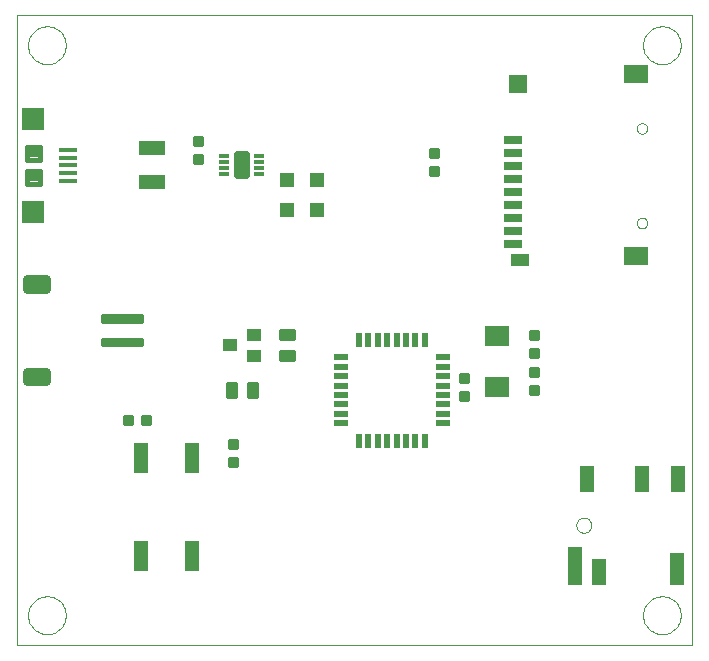
<source format=gtp>
G75*
%MOIN*%
%OFA0B0*%
%FSLAX24Y24*%
%IPPOS*%
%LPD*%
%AMOC8*
5,1,8,0,0,1.08239X$1,22.5*
%
%ADD10C,0.0000*%
%ADD11R,0.0500X0.0220*%
%ADD12R,0.0220X0.0500*%
%ADD13R,0.0600X0.0300*%
%ADD14R,0.0600X0.0400*%
%ADD15R,0.0800X0.0600*%
%ADD16R,0.0600X0.0600*%
%ADD17C,0.0157*%
%ADD18C,0.0315*%
%ADD19C,0.0275*%
%ADD20R,0.0336X0.0118*%
%ADD21C,0.0088*%
%ADD22R,0.0450X0.0400*%
%ADD23R,0.0598X0.0150*%
%ADD24C,0.0180*%
%ADD25R,0.0748X0.0748*%
%ADD26R,0.0500X0.1000*%
%ADD27R,0.0800X0.0700*%
%ADD28R,0.0500X0.1300*%
%ADD29R,0.0500X0.0900*%
%ADD30R,0.0500X0.1100*%
%ADD31R,0.0900X0.0450*%
%ADD32R,0.0500X0.0500*%
%ADD33C,0.0100*%
D10*
X004872Y000861D02*
X027372Y000861D01*
X027372Y021861D01*
X004872Y021861D01*
X004872Y000861D01*
X005242Y001861D02*
X005244Y001911D01*
X005250Y001961D01*
X005260Y002010D01*
X005274Y002058D01*
X005291Y002105D01*
X005312Y002150D01*
X005337Y002194D01*
X005365Y002235D01*
X005397Y002274D01*
X005431Y002311D01*
X005468Y002345D01*
X005508Y002375D01*
X005550Y002402D01*
X005594Y002426D01*
X005640Y002447D01*
X005687Y002463D01*
X005735Y002476D01*
X005785Y002485D01*
X005834Y002490D01*
X005885Y002491D01*
X005935Y002488D01*
X005984Y002481D01*
X006033Y002470D01*
X006081Y002455D01*
X006127Y002437D01*
X006172Y002415D01*
X006215Y002389D01*
X006256Y002360D01*
X006295Y002328D01*
X006331Y002293D01*
X006363Y002255D01*
X006393Y002215D01*
X006420Y002172D01*
X006443Y002128D01*
X006462Y002082D01*
X006478Y002034D01*
X006490Y001985D01*
X006498Y001936D01*
X006502Y001886D01*
X006502Y001836D01*
X006498Y001786D01*
X006490Y001737D01*
X006478Y001688D01*
X006462Y001640D01*
X006443Y001594D01*
X006420Y001550D01*
X006393Y001507D01*
X006363Y001467D01*
X006331Y001429D01*
X006295Y001394D01*
X006256Y001362D01*
X006215Y001333D01*
X006172Y001307D01*
X006127Y001285D01*
X006081Y001267D01*
X006033Y001252D01*
X005984Y001241D01*
X005935Y001234D01*
X005885Y001231D01*
X005834Y001232D01*
X005785Y001237D01*
X005735Y001246D01*
X005687Y001259D01*
X005640Y001275D01*
X005594Y001296D01*
X005550Y001320D01*
X005508Y001347D01*
X005468Y001377D01*
X005431Y001411D01*
X005397Y001448D01*
X005365Y001487D01*
X005337Y001528D01*
X005312Y001572D01*
X005291Y001617D01*
X005274Y001664D01*
X005260Y001712D01*
X005250Y001761D01*
X005244Y001811D01*
X005242Y001861D01*
X023522Y004861D02*
X023524Y004892D01*
X023530Y004923D01*
X023540Y004953D01*
X023553Y004981D01*
X023570Y005008D01*
X023590Y005032D01*
X023613Y005054D01*
X023638Y005072D01*
X023666Y005087D01*
X023695Y005099D01*
X023725Y005107D01*
X023756Y005111D01*
X023788Y005111D01*
X023819Y005107D01*
X023849Y005099D01*
X023878Y005087D01*
X023906Y005072D01*
X023931Y005054D01*
X023954Y005032D01*
X023974Y005008D01*
X023991Y004981D01*
X024004Y004953D01*
X024014Y004923D01*
X024020Y004892D01*
X024022Y004861D01*
X024020Y004830D01*
X024014Y004799D01*
X024004Y004769D01*
X023991Y004741D01*
X023974Y004714D01*
X023954Y004690D01*
X023931Y004668D01*
X023906Y004650D01*
X023878Y004635D01*
X023849Y004623D01*
X023819Y004615D01*
X023788Y004611D01*
X023756Y004611D01*
X023725Y004615D01*
X023695Y004623D01*
X023666Y004635D01*
X023638Y004650D01*
X023613Y004668D01*
X023590Y004690D01*
X023570Y004714D01*
X023553Y004741D01*
X023540Y004769D01*
X023530Y004799D01*
X023524Y004830D01*
X023522Y004861D01*
X025742Y001861D02*
X025744Y001911D01*
X025750Y001961D01*
X025760Y002010D01*
X025774Y002058D01*
X025791Y002105D01*
X025812Y002150D01*
X025837Y002194D01*
X025865Y002235D01*
X025897Y002274D01*
X025931Y002311D01*
X025968Y002345D01*
X026008Y002375D01*
X026050Y002402D01*
X026094Y002426D01*
X026140Y002447D01*
X026187Y002463D01*
X026235Y002476D01*
X026285Y002485D01*
X026334Y002490D01*
X026385Y002491D01*
X026435Y002488D01*
X026484Y002481D01*
X026533Y002470D01*
X026581Y002455D01*
X026627Y002437D01*
X026672Y002415D01*
X026715Y002389D01*
X026756Y002360D01*
X026795Y002328D01*
X026831Y002293D01*
X026863Y002255D01*
X026893Y002215D01*
X026920Y002172D01*
X026943Y002128D01*
X026962Y002082D01*
X026978Y002034D01*
X026990Y001985D01*
X026998Y001936D01*
X027002Y001886D01*
X027002Y001836D01*
X026998Y001786D01*
X026990Y001737D01*
X026978Y001688D01*
X026962Y001640D01*
X026943Y001594D01*
X026920Y001550D01*
X026893Y001507D01*
X026863Y001467D01*
X026831Y001429D01*
X026795Y001394D01*
X026756Y001362D01*
X026715Y001333D01*
X026672Y001307D01*
X026627Y001285D01*
X026581Y001267D01*
X026533Y001252D01*
X026484Y001241D01*
X026435Y001234D01*
X026385Y001231D01*
X026334Y001232D01*
X026285Y001237D01*
X026235Y001246D01*
X026187Y001259D01*
X026140Y001275D01*
X026094Y001296D01*
X026050Y001320D01*
X026008Y001347D01*
X025968Y001377D01*
X025931Y001411D01*
X025897Y001448D01*
X025865Y001487D01*
X025837Y001528D01*
X025812Y001572D01*
X025791Y001617D01*
X025774Y001664D01*
X025760Y001712D01*
X025750Y001761D01*
X025744Y001811D01*
X025742Y001861D01*
X025538Y014937D02*
X025540Y014963D01*
X025546Y014989D01*
X025555Y015013D01*
X025568Y015036D01*
X025585Y015056D01*
X025604Y015074D01*
X025626Y015089D01*
X025649Y015100D01*
X025674Y015108D01*
X025700Y015112D01*
X025726Y015112D01*
X025752Y015108D01*
X025777Y015100D01*
X025801Y015089D01*
X025822Y015074D01*
X025841Y015056D01*
X025858Y015036D01*
X025871Y015013D01*
X025880Y014989D01*
X025886Y014963D01*
X025888Y014937D01*
X025886Y014911D01*
X025880Y014885D01*
X025871Y014861D01*
X025858Y014838D01*
X025841Y014818D01*
X025822Y014800D01*
X025800Y014785D01*
X025777Y014774D01*
X025752Y014766D01*
X025726Y014762D01*
X025700Y014762D01*
X025674Y014766D01*
X025649Y014774D01*
X025625Y014785D01*
X025604Y014800D01*
X025585Y014818D01*
X025568Y014838D01*
X025555Y014861D01*
X025546Y014885D01*
X025540Y014911D01*
X025538Y014937D01*
X025538Y018087D02*
X025540Y018113D01*
X025546Y018139D01*
X025555Y018163D01*
X025568Y018186D01*
X025585Y018206D01*
X025604Y018224D01*
X025626Y018239D01*
X025649Y018250D01*
X025674Y018258D01*
X025700Y018262D01*
X025726Y018262D01*
X025752Y018258D01*
X025777Y018250D01*
X025801Y018239D01*
X025822Y018224D01*
X025841Y018206D01*
X025858Y018186D01*
X025871Y018163D01*
X025880Y018139D01*
X025886Y018113D01*
X025888Y018087D01*
X025886Y018061D01*
X025880Y018035D01*
X025871Y018011D01*
X025858Y017988D01*
X025841Y017968D01*
X025822Y017950D01*
X025800Y017935D01*
X025777Y017924D01*
X025752Y017916D01*
X025726Y017912D01*
X025700Y017912D01*
X025674Y017916D01*
X025649Y017924D01*
X025625Y017935D01*
X025604Y017950D01*
X025585Y017968D01*
X025568Y017988D01*
X025555Y018011D01*
X025546Y018035D01*
X025540Y018061D01*
X025538Y018087D01*
X025742Y020861D02*
X025744Y020911D01*
X025750Y020961D01*
X025760Y021010D01*
X025774Y021058D01*
X025791Y021105D01*
X025812Y021150D01*
X025837Y021194D01*
X025865Y021235D01*
X025897Y021274D01*
X025931Y021311D01*
X025968Y021345D01*
X026008Y021375D01*
X026050Y021402D01*
X026094Y021426D01*
X026140Y021447D01*
X026187Y021463D01*
X026235Y021476D01*
X026285Y021485D01*
X026334Y021490D01*
X026385Y021491D01*
X026435Y021488D01*
X026484Y021481D01*
X026533Y021470D01*
X026581Y021455D01*
X026627Y021437D01*
X026672Y021415D01*
X026715Y021389D01*
X026756Y021360D01*
X026795Y021328D01*
X026831Y021293D01*
X026863Y021255D01*
X026893Y021215D01*
X026920Y021172D01*
X026943Y021128D01*
X026962Y021082D01*
X026978Y021034D01*
X026990Y020985D01*
X026998Y020936D01*
X027002Y020886D01*
X027002Y020836D01*
X026998Y020786D01*
X026990Y020737D01*
X026978Y020688D01*
X026962Y020640D01*
X026943Y020594D01*
X026920Y020550D01*
X026893Y020507D01*
X026863Y020467D01*
X026831Y020429D01*
X026795Y020394D01*
X026756Y020362D01*
X026715Y020333D01*
X026672Y020307D01*
X026627Y020285D01*
X026581Y020267D01*
X026533Y020252D01*
X026484Y020241D01*
X026435Y020234D01*
X026385Y020231D01*
X026334Y020232D01*
X026285Y020237D01*
X026235Y020246D01*
X026187Y020259D01*
X026140Y020275D01*
X026094Y020296D01*
X026050Y020320D01*
X026008Y020347D01*
X025968Y020377D01*
X025931Y020411D01*
X025897Y020448D01*
X025865Y020487D01*
X025837Y020528D01*
X025812Y020572D01*
X025791Y020617D01*
X025774Y020664D01*
X025760Y020712D01*
X025750Y020761D01*
X025744Y020811D01*
X025742Y020861D01*
X005242Y020861D02*
X005244Y020911D01*
X005250Y020961D01*
X005260Y021010D01*
X005274Y021058D01*
X005291Y021105D01*
X005312Y021150D01*
X005337Y021194D01*
X005365Y021235D01*
X005397Y021274D01*
X005431Y021311D01*
X005468Y021345D01*
X005508Y021375D01*
X005550Y021402D01*
X005594Y021426D01*
X005640Y021447D01*
X005687Y021463D01*
X005735Y021476D01*
X005785Y021485D01*
X005834Y021490D01*
X005885Y021491D01*
X005935Y021488D01*
X005984Y021481D01*
X006033Y021470D01*
X006081Y021455D01*
X006127Y021437D01*
X006172Y021415D01*
X006215Y021389D01*
X006256Y021360D01*
X006295Y021328D01*
X006331Y021293D01*
X006363Y021255D01*
X006393Y021215D01*
X006420Y021172D01*
X006443Y021128D01*
X006462Y021082D01*
X006478Y021034D01*
X006490Y020985D01*
X006498Y020936D01*
X006502Y020886D01*
X006502Y020836D01*
X006498Y020786D01*
X006490Y020737D01*
X006478Y020688D01*
X006462Y020640D01*
X006443Y020594D01*
X006420Y020550D01*
X006393Y020507D01*
X006363Y020467D01*
X006331Y020429D01*
X006295Y020394D01*
X006256Y020362D01*
X006215Y020333D01*
X006172Y020307D01*
X006127Y020285D01*
X006081Y020267D01*
X006033Y020252D01*
X005984Y020241D01*
X005935Y020234D01*
X005885Y020231D01*
X005834Y020232D01*
X005785Y020237D01*
X005735Y020246D01*
X005687Y020259D01*
X005640Y020275D01*
X005594Y020296D01*
X005550Y020320D01*
X005508Y020347D01*
X005468Y020377D01*
X005431Y020411D01*
X005397Y020448D01*
X005365Y020487D01*
X005337Y020528D01*
X005312Y020572D01*
X005291Y020617D01*
X005274Y020664D01*
X005260Y020712D01*
X005250Y020761D01*
X005244Y020811D01*
X005242Y020861D01*
D11*
X015682Y010463D03*
X015682Y010148D03*
X015682Y009833D03*
X015682Y009518D03*
X015682Y009203D03*
X015682Y008888D03*
X015682Y008573D03*
X015682Y008258D03*
X019062Y008258D03*
X019062Y008573D03*
X019062Y008888D03*
X019062Y009203D03*
X019062Y009518D03*
X019062Y009833D03*
X019062Y010148D03*
X019062Y010463D03*
D12*
X018474Y011051D03*
X018159Y011051D03*
X017844Y011051D03*
X017529Y011051D03*
X017214Y011051D03*
X016900Y011051D03*
X016585Y011051D03*
X016270Y011051D03*
X016270Y007671D03*
X016585Y007671D03*
X016900Y007671D03*
X017214Y007671D03*
X017529Y007671D03*
X017844Y007671D03*
X018159Y007671D03*
X018474Y007671D03*
D13*
X021422Y014228D03*
X021422Y014661D03*
X021422Y015095D03*
X021422Y015528D03*
X021422Y015961D03*
X021422Y016394D03*
X021422Y016827D03*
X021422Y017260D03*
X021422Y017693D03*
D14*
X021658Y013698D03*
D15*
X025506Y013835D03*
X025506Y019898D03*
D16*
X021576Y019575D03*
D17*
X009002Y011675D02*
X007742Y011675D01*
X007742Y011833D01*
X009002Y011833D01*
X009002Y011675D01*
X009002Y011831D02*
X007742Y011831D01*
X007742Y010888D02*
X009002Y010888D01*
X007742Y010888D02*
X007742Y011046D01*
X009002Y011046D01*
X009002Y010888D01*
X009002Y011044D02*
X007742Y011044D01*
D18*
X005828Y009667D02*
X005198Y009667D01*
X005198Y009983D01*
X005828Y009983D01*
X005828Y009667D01*
X005828Y009981D02*
X005198Y009981D01*
X005198Y012738D02*
X005828Y012738D01*
X005198Y012738D02*
X005198Y013054D01*
X005828Y013054D01*
X005828Y012738D01*
X005828Y013052D02*
X005198Y013052D01*
D19*
X012234Y016523D02*
X012234Y017199D01*
X012510Y017199D01*
X012510Y016523D01*
X012234Y016523D01*
X012234Y016797D02*
X012510Y016797D01*
X012510Y017071D02*
X012234Y017071D01*
D20*
X011790Y017156D03*
X011790Y016959D03*
X011790Y016762D03*
X011790Y016565D03*
X012953Y016565D03*
X012953Y016762D03*
X012953Y016959D03*
X012953Y017156D03*
D21*
X010791Y017192D02*
X010791Y016930D01*
X010791Y017192D02*
X011053Y017192D01*
X011053Y016930D01*
X010791Y016930D01*
X010791Y017017D02*
X011053Y017017D01*
X011053Y017104D02*
X010791Y017104D01*
X010791Y017191D02*
X011053Y017191D01*
X010791Y017530D02*
X010791Y017792D01*
X011053Y017792D01*
X011053Y017530D01*
X010791Y017530D01*
X010791Y017617D02*
X011053Y017617D01*
X011053Y017704D02*
X010791Y017704D01*
X010791Y017791D02*
X011053Y017791D01*
X018903Y017392D02*
X018903Y017130D01*
X018641Y017130D01*
X018641Y017392D01*
X018903Y017392D01*
X018903Y017217D02*
X018641Y017217D01*
X018641Y017304D02*
X018903Y017304D01*
X018903Y017391D02*
X018641Y017391D01*
X018903Y016792D02*
X018903Y016530D01*
X018641Y016530D01*
X018641Y016792D01*
X018903Y016792D01*
X018903Y016617D02*
X018641Y016617D01*
X018641Y016704D02*
X018903Y016704D01*
X018903Y016791D02*
X018641Y016791D01*
X022253Y011342D02*
X022253Y011080D01*
X021991Y011080D01*
X021991Y011342D01*
X022253Y011342D01*
X022253Y011167D02*
X021991Y011167D01*
X021991Y011254D02*
X022253Y011254D01*
X022253Y011341D02*
X021991Y011341D01*
X022253Y010742D02*
X022253Y010480D01*
X021991Y010480D01*
X021991Y010742D01*
X022253Y010742D01*
X022253Y010567D02*
X021991Y010567D01*
X021991Y010654D02*
X022253Y010654D01*
X022253Y010741D02*
X021991Y010741D01*
X021991Y010092D02*
X021991Y009830D01*
X021991Y010092D02*
X022253Y010092D01*
X022253Y009830D01*
X021991Y009830D01*
X021991Y009917D02*
X022253Y009917D01*
X022253Y010004D02*
X021991Y010004D01*
X021991Y010091D02*
X022253Y010091D01*
X021991Y009492D02*
X021991Y009230D01*
X021991Y009492D02*
X022253Y009492D01*
X022253Y009230D01*
X021991Y009230D01*
X021991Y009317D02*
X022253Y009317D01*
X022253Y009404D02*
X021991Y009404D01*
X021991Y009491D02*
X022253Y009491D01*
X019903Y009630D02*
X019903Y009892D01*
X019903Y009630D02*
X019641Y009630D01*
X019641Y009892D01*
X019903Y009892D01*
X019903Y009717D02*
X019641Y009717D01*
X019641Y009804D02*
X019903Y009804D01*
X019903Y009891D02*
X019641Y009891D01*
X019903Y009292D02*
X019903Y009030D01*
X019641Y009030D01*
X019641Y009292D01*
X019903Y009292D01*
X019903Y009117D02*
X019641Y009117D01*
X019641Y009204D02*
X019903Y009204D01*
X019903Y009291D02*
X019641Y009291D01*
X011941Y007692D02*
X011941Y007430D01*
X011941Y007692D02*
X012203Y007692D01*
X012203Y007430D01*
X011941Y007430D01*
X011941Y007517D02*
X012203Y007517D01*
X012203Y007604D02*
X011941Y007604D01*
X011941Y007691D02*
X012203Y007691D01*
X011941Y007092D02*
X011941Y006830D01*
X011941Y007092D02*
X012203Y007092D01*
X012203Y006830D01*
X011941Y006830D01*
X011941Y006917D02*
X012203Y006917D01*
X012203Y007004D02*
X011941Y007004D01*
X011941Y007091D02*
X012203Y007091D01*
X009303Y008230D02*
X009041Y008230D01*
X009041Y008492D01*
X009303Y008492D01*
X009303Y008230D01*
X009303Y008317D02*
X009041Y008317D01*
X009041Y008404D02*
X009303Y008404D01*
X009303Y008491D02*
X009041Y008491D01*
X008703Y008230D02*
X008441Y008230D01*
X008441Y008492D01*
X008703Y008492D01*
X008703Y008230D01*
X008703Y008317D02*
X008441Y008317D01*
X008441Y008404D02*
X008703Y008404D01*
X008703Y008491D02*
X008441Y008491D01*
D22*
X011972Y010861D03*
X012772Y011211D03*
X012772Y010511D03*
D23*
X006572Y016349D03*
X006572Y016605D03*
X006572Y016861D03*
X006572Y017117D03*
X006572Y017372D03*
D24*
X005212Y017471D02*
X005212Y017051D01*
X005212Y017471D02*
X005632Y017471D01*
X005632Y017051D01*
X005212Y017051D01*
X005212Y017230D02*
X005632Y017230D01*
X005632Y017409D02*
X005212Y017409D01*
X005212Y016671D02*
X005212Y016251D01*
X005212Y016671D02*
X005632Y016671D01*
X005632Y016251D01*
X005212Y016251D01*
X005212Y016430D02*
X005632Y016430D01*
X005632Y016609D02*
X005212Y016609D01*
D25*
X005422Y015306D03*
X005422Y018416D03*
D26*
X009022Y007086D03*
X010722Y007086D03*
X010722Y003835D03*
X009022Y003835D03*
D27*
X020872Y009461D03*
X020872Y011161D03*
D28*
X023472Y003511D03*
D29*
X024272Y003311D03*
X023872Y006411D03*
X025722Y006411D03*
X026922Y006411D03*
D30*
X026872Y003411D03*
D31*
X009372Y016286D03*
X009372Y017436D03*
D32*
X013872Y016361D03*
X014872Y016361D03*
X014872Y015361D03*
X013872Y015361D03*
D33*
X014097Y011361D02*
X014097Y011061D01*
X013647Y011061D01*
X013647Y011361D01*
X014097Y011361D01*
X014097Y011160D02*
X013647Y011160D01*
X013647Y011259D02*
X014097Y011259D01*
X014097Y011358D02*
X013647Y011358D01*
X014097Y010661D02*
X014097Y010361D01*
X013647Y010361D01*
X013647Y010661D01*
X014097Y010661D01*
X014097Y010460D02*
X013647Y010460D01*
X013647Y010559D02*
X014097Y010559D01*
X014097Y010658D02*
X013647Y010658D01*
X012872Y009586D02*
X012572Y009586D01*
X012872Y009586D02*
X012872Y009136D01*
X012572Y009136D01*
X012572Y009586D01*
X012572Y009235D02*
X012872Y009235D01*
X012872Y009334D02*
X012572Y009334D01*
X012572Y009433D02*
X012872Y009433D01*
X012872Y009532D02*
X012572Y009532D01*
X012172Y009586D02*
X011872Y009586D01*
X012172Y009586D02*
X012172Y009136D01*
X011872Y009136D01*
X011872Y009586D01*
X011872Y009235D02*
X012172Y009235D01*
X012172Y009334D02*
X011872Y009334D01*
X011872Y009433D02*
X012172Y009433D01*
X012172Y009532D02*
X011872Y009532D01*
M02*

</source>
